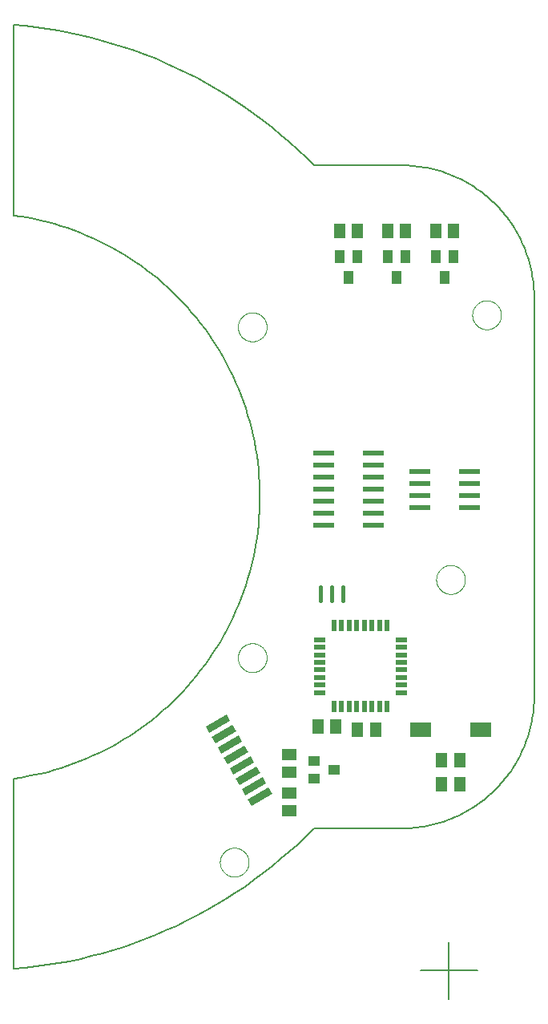
<source format=gtp>
G75*
%MOIN*%
%OFA0B0*%
%FSLAX25Y25*%
%IPPOS*%
%LPD*%
%AMOC8*
5,1,8,0,0,1.08239X$1,22.5*
%
%ADD10C,0.00600*%
%ADD11C,0.00000*%
%ADD12R,0.05906X0.05118*%
%ADD13R,0.04724X0.04000*%
%ADD14R,0.10000X0.03000*%
%ADD15R,0.03937X0.05512*%
%ADD16R,0.05118X0.05906*%
%ADD17R,0.08661X0.02362*%
%ADD18R,0.02200X0.05000*%
%ADD19R,0.05000X0.02200*%
%ADD20C,0.01772*%
%ADD21R,0.09055X0.06299*%
D10*
X0001300Y0013742D02*
X0001300Y0092906D01*
X0001300Y0013742D02*
X0005974Y0014173D01*
X0010636Y0014716D01*
X0015284Y0015369D01*
X0019914Y0016133D01*
X0024526Y0017008D01*
X0029115Y0017992D01*
X0033680Y0019085D01*
X0038217Y0020287D01*
X0042724Y0021596D01*
X0047198Y0023013D01*
X0051638Y0024536D01*
X0056040Y0026164D01*
X0060402Y0027897D01*
X0064721Y0029733D01*
X0068996Y0031672D01*
X0073223Y0033712D01*
X0077400Y0035852D01*
X0081525Y0038091D01*
X0085595Y0040428D01*
X0089609Y0042862D01*
X0093563Y0045390D01*
X0097456Y0048012D01*
X0101285Y0050726D01*
X0105049Y0053531D01*
X0108744Y0056424D01*
X0112370Y0059405D01*
X0115923Y0062471D01*
X0119403Y0065621D01*
X0122806Y0068854D01*
X0126131Y0072166D01*
X0162717Y0072166D01*
X0182402Y0024922D02*
X0182402Y0001300D01*
X0170591Y0013111D02*
X0194213Y0013111D01*
X0217835Y0127284D02*
X0217835Y0292639D01*
X0217819Y0293971D01*
X0217771Y0295302D01*
X0217690Y0296631D01*
X0217578Y0297959D01*
X0217433Y0299283D01*
X0217257Y0300603D01*
X0217048Y0301919D01*
X0216808Y0303229D01*
X0216536Y0304533D01*
X0216233Y0305830D01*
X0215899Y0307119D01*
X0215534Y0308400D01*
X0215137Y0309671D01*
X0214710Y0310933D01*
X0214253Y0312184D01*
X0213766Y0313424D01*
X0213249Y0314651D01*
X0212702Y0315866D01*
X0212126Y0317067D01*
X0211522Y0318254D01*
X0210888Y0319425D01*
X0210227Y0320582D01*
X0209538Y0321721D01*
X0208822Y0322844D01*
X0208078Y0323950D01*
X0207308Y0325037D01*
X0206513Y0326105D01*
X0205691Y0327153D01*
X0204845Y0328181D01*
X0203973Y0329189D01*
X0203078Y0330175D01*
X0202159Y0331140D01*
X0201218Y0332081D01*
X0200253Y0333000D01*
X0199267Y0333895D01*
X0198259Y0334767D01*
X0197231Y0335613D01*
X0196183Y0336435D01*
X0195115Y0337230D01*
X0194028Y0338000D01*
X0192922Y0338744D01*
X0191799Y0339460D01*
X0190660Y0340149D01*
X0189503Y0340810D01*
X0188332Y0341444D01*
X0187145Y0342048D01*
X0185944Y0342624D01*
X0184729Y0343171D01*
X0183502Y0343688D01*
X0182262Y0344175D01*
X0181011Y0344632D01*
X0179749Y0345059D01*
X0178478Y0345456D01*
X0177197Y0345821D01*
X0175908Y0346155D01*
X0174611Y0346458D01*
X0173307Y0346730D01*
X0171997Y0346970D01*
X0170681Y0347179D01*
X0169361Y0347355D01*
X0168037Y0347500D01*
X0166709Y0347612D01*
X0165380Y0347693D01*
X0164049Y0347741D01*
X0162717Y0347757D01*
X0126131Y0347757D01*
X0217835Y0127284D02*
X0217819Y0125952D01*
X0217771Y0124621D01*
X0217690Y0123292D01*
X0217578Y0121964D01*
X0217433Y0120640D01*
X0217257Y0119320D01*
X0217048Y0118004D01*
X0216808Y0116694D01*
X0216536Y0115390D01*
X0216233Y0114093D01*
X0215899Y0112804D01*
X0215534Y0111523D01*
X0215137Y0110252D01*
X0214710Y0108990D01*
X0214253Y0107739D01*
X0213766Y0106499D01*
X0213249Y0105272D01*
X0212702Y0104057D01*
X0212126Y0102856D01*
X0211522Y0101669D01*
X0210888Y0100498D01*
X0210227Y0099341D01*
X0209538Y0098202D01*
X0208822Y0097079D01*
X0208078Y0095973D01*
X0207308Y0094886D01*
X0206513Y0093818D01*
X0205691Y0092770D01*
X0204845Y0091742D01*
X0203973Y0090734D01*
X0203078Y0089748D01*
X0202159Y0088783D01*
X0201218Y0087842D01*
X0200253Y0086923D01*
X0199267Y0086028D01*
X0198259Y0085156D01*
X0197231Y0084310D01*
X0196183Y0083488D01*
X0195115Y0082693D01*
X0194028Y0081923D01*
X0192922Y0081179D01*
X0191799Y0080463D01*
X0190660Y0079774D01*
X0189503Y0079113D01*
X0188332Y0078479D01*
X0187145Y0077875D01*
X0185944Y0077299D01*
X0184729Y0076752D01*
X0183502Y0076235D01*
X0182262Y0075748D01*
X0181011Y0075291D01*
X0179749Y0074864D01*
X0178478Y0074467D01*
X0177197Y0074102D01*
X0175908Y0073768D01*
X0174611Y0073465D01*
X0173307Y0073193D01*
X0171997Y0072953D01*
X0170681Y0072744D01*
X0169361Y0072568D01*
X0168037Y0072423D01*
X0166709Y0072311D01*
X0165380Y0072230D01*
X0164049Y0072182D01*
X0162717Y0072166D01*
X0001300Y0092906D02*
X0004146Y0093324D01*
X0006981Y0093811D01*
X0009804Y0094368D01*
X0012612Y0094993D01*
X0015404Y0095686D01*
X0018178Y0096447D01*
X0020933Y0097275D01*
X0023667Y0098170D01*
X0026378Y0099131D01*
X0029065Y0100159D01*
X0031727Y0101251D01*
X0034361Y0102408D01*
X0036965Y0103628D01*
X0039540Y0104912D01*
X0042082Y0106258D01*
X0044591Y0107666D01*
X0047065Y0109134D01*
X0049502Y0110662D01*
X0051902Y0112249D01*
X0054262Y0113894D01*
X0056581Y0115596D01*
X0058858Y0117353D01*
X0061092Y0119166D01*
X0063281Y0121033D01*
X0065424Y0122952D01*
X0067519Y0124923D01*
X0069566Y0126945D01*
X0071563Y0129016D01*
X0073509Y0131134D01*
X0075402Y0133300D01*
X0077243Y0135511D01*
X0079029Y0137766D01*
X0080759Y0140064D01*
X0082433Y0142404D01*
X0084050Y0144783D01*
X0085608Y0147201D01*
X0087107Y0149657D01*
X0088545Y0152148D01*
X0089923Y0154674D01*
X0091238Y0157232D01*
X0092491Y0159821D01*
X0093681Y0162441D01*
X0094806Y0165088D01*
X0095866Y0167763D01*
X0096861Y0170462D01*
X0097790Y0173184D01*
X0098653Y0175929D01*
X0099448Y0178693D01*
X0100176Y0181477D01*
X0100835Y0184277D01*
X0101427Y0187092D01*
X0101949Y0189921D01*
X0102403Y0192762D01*
X0102787Y0195612D01*
X0103102Y0198472D01*
X0103347Y0201338D01*
X0103522Y0204210D01*
X0103627Y0207084D01*
X0103662Y0209961D01*
X0103627Y0212838D01*
X0103522Y0215712D01*
X0103347Y0218584D01*
X0103102Y0221450D01*
X0102787Y0224310D01*
X0102403Y0227160D01*
X0101949Y0230001D01*
X0101427Y0232830D01*
X0100835Y0235645D01*
X0100176Y0238445D01*
X0099448Y0241229D01*
X0098653Y0243993D01*
X0097790Y0246738D01*
X0096861Y0249460D01*
X0095866Y0252159D01*
X0094806Y0254834D01*
X0093681Y0257481D01*
X0092491Y0260101D01*
X0091238Y0262690D01*
X0089923Y0265248D01*
X0088545Y0267774D01*
X0087107Y0270265D01*
X0085608Y0272721D01*
X0084050Y0275139D01*
X0082433Y0277518D01*
X0080759Y0279858D01*
X0079029Y0282156D01*
X0077243Y0284411D01*
X0075402Y0286622D01*
X0073509Y0288788D01*
X0071563Y0290906D01*
X0069566Y0292977D01*
X0067519Y0294999D01*
X0065424Y0296970D01*
X0063281Y0298889D01*
X0061092Y0300756D01*
X0058858Y0302569D01*
X0056581Y0304326D01*
X0054262Y0306028D01*
X0051902Y0307673D01*
X0049502Y0309260D01*
X0047065Y0310788D01*
X0044591Y0312256D01*
X0042082Y0313664D01*
X0039540Y0315010D01*
X0036965Y0316294D01*
X0034361Y0317514D01*
X0031727Y0318671D01*
X0029065Y0319763D01*
X0026378Y0320791D01*
X0023667Y0321752D01*
X0020933Y0322647D01*
X0018178Y0323475D01*
X0015404Y0324236D01*
X0012612Y0324929D01*
X0009804Y0325554D01*
X0006981Y0326111D01*
X0004146Y0326598D01*
X0001300Y0327016D01*
X0001300Y0327017D02*
X0001300Y0406220D01*
X0005974Y0405787D01*
X0010636Y0405244D01*
X0015285Y0404589D01*
X0019916Y0403823D01*
X0024528Y0402948D01*
X0029117Y0401962D01*
X0033682Y0400868D01*
X0038219Y0399665D01*
X0042726Y0398354D01*
X0047201Y0396936D01*
X0051641Y0395412D01*
X0056043Y0393782D01*
X0060405Y0392048D01*
X0064725Y0390210D01*
X0068999Y0388270D01*
X0073226Y0386229D01*
X0077403Y0384087D01*
X0081528Y0381847D01*
X0085598Y0379508D01*
X0089612Y0377074D01*
X0093566Y0374544D01*
X0097458Y0371921D01*
X0101288Y0369205D01*
X0105051Y0366400D01*
X0108746Y0363505D01*
X0112371Y0360523D01*
X0115924Y0357455D01*
X0119403Y0354304D01*
X0122806Y0351070D01*
X0126131Y0347756D01*
D11*
X0094552Y0280611D02*
X0094554Y0280765D01*
X0094560Y0280920D01*
X0094570Y0281074D01*
X0094584Y0281228D01*
X0094602Y0281381D01*
X0094623Y0281534D01*
X0094649Y0281687D01*
X0094679Y0281838D01*
X0094712Y0281989D01*
X0094750Y0282139D01*
X0094791Y0282288D01*
X0094836Y0282436D01*
X0094885Y0282582D01*
X0094938Y0282728D01*
X0094994Y0282871D01*
X0095054Y0283014D01*
X0095118Y0283154D01*
X0095185Y0283294D01*
X0095256Y0283431D01*
X0095330Y0283566D01*
X0095408Y0283700D01*
X0095489Y0283831D01*
X0095574Y0283960D01*
X0095662Y0284088D01*
X0095753Y0284212D01*
X0095847Y0284335D01*
X0095945Y0284455D01*
X0096045Y0284572D01*
X0096149Y0284687D01*
X0096255Y0284799D01*
X0096364Y0284908D01*
X0096476Y0285014D01*
X0096591Y0285118D01*
X0096708Y0285218D01*
X0096828Y0285316D01*
X0096951Y0285410D01*
X0097075Y0285501D01*
X0097203Y0285589D01*
X0097332Y0285674D01*
X0097463Y0285755D01*
X0097597Y0285833D01*
X0097732Y0285907D01*
X0097869Y0285978D01*
X0098009Y0286045D01*
X0098149Y0286109D01*
X0098292Y0286169D01*
X0098435Y0286225D01*
X0098581Y0286278D01*
X0098727Y0286327D01*
X0098875Y0286372D01*
X0099024Y0286413D01*
X0099174Y0286451D01*
X0099325Y0286484D01*
X0099476Y0286514D01*
X0099629Y0286540D01*
X0099782Y0286561D01*
X0099935Y0286579D01*
X0100089Y0286593D01*
X0100243Y0286603D01*
X0100398Y0286609D01*
X0100552Y0286611D01*
X0100706Y0286609D01*
X0100861Y0286603D01*
X0101015Y0286593D01*
X0101169Y0286579D01*
X0101322Y0286561D01*
X0101475Y0286540D01*
X0101628Y0286514D01*
X0101779Y0286484D01*
X0101930Y0286451D01*
X0102080Y0286413D01*
X0102229Y0286372D01*
X0102377Y0286327D01*
X0102523Y0286278D01*
X0102669Y0286225D01*
X0102812Y0286169D01*
X0102955Y0286109D01*
X0103095Y0286045D01*
X0103235Y0285978D01*
X0103372Y0285907D01*
X0103507Y0285833D01*
X0103641Y0285755D01*
X0103772Y0285674D01*
X0103901Y0285589D01*
X0104029Y0285501D01*
X0104153Y0285410D01*
X0104276Y0285316D01*
X0104396Y0285218D01*
X0104513Y0285118D01*
X0104628Y0285014D01*
X0104740Y0284908D01*
X0104849Y0284799D01*
X0104955Y0284687D01*
X0105059Y0284572D01*
X0105159Y0284455D01*
X0105257Y0284335D01*
X0105351Y0284212D01*
X0105442Y0284088D01*
X0105530Y0283960D01*
X0105615Y0283831D01*
X0105696Y0283700D01*
X0105774Y0283566D01*
X0105848Y0283431D01*
X0105919Y0283294D01*
X0105986Y0283154D01*
X0106050Y0283014D01*
X0106110Y0282871D01*
X0106166Y0282728D01*
X0106219Y0282582D01*
X0106268Y0282436D01*
X0106313Y0282288D01*
X0106354Y0282139D01*
X0106392Y0281989D01*
X0106425Y0281838D01*
X0106455Y0281687D01*
X0106481Y0281534D01*
X0106502Y0281381D01*
X0106520Y0281228D01*
X0106534Y0281074D01*
X0106544Y0280920D01*
X0106550Y0280765D01*
X0106552Y0280611D01*
X0106550Y0280457D01*
X0106544Y0280302D01*
X0106534Y0280148D01*
X0106520Y0279994D01*
X0106502Y0279841D01*
X0106481Y0279688D01*
X0106455Y0279535D01*
X0106425Y0279384D01*
X0106392Y0279233D01*
X0106354Y0279083D01*
X0106313Y0278934D01*
X0106268Y0278786D01*
X0106219Y0278640D01*
X0106166Y0278494D01*
X0106110Y0278351D01*
X0106050Y0278208D01*
X0105986Y0278068D01*
X0105919Y0277928D01*
X0105848Y0277791D01*
X0105774Y0277656D01*
X0105696Y0277522D01*
X0105615Y0277391D01*
X0105530Y0277262D01*
X0105442Y0277134D01*
X0105351Y0277010D01*
X0105257Y0276887D01*
X0105159Y0276767D01*
X0105059Y0276650D01*
X0104955Y0276535D01*
X0104849Y0276423D01*
X0104740Y0276314D01*
X0104628Y0276208D01*
X0104513Y0276104D01*
X0104396Y0276004D01*
X0104276Y0275906D01*
X0104153Y0275812D01*
X0104029Y0275721D01*
X0103901Y0275633D01*
X0103772Y0275548D01*
X0103641Y0275467D01*
X0103507Y0275389D01*
X0103372Y0275315D01*
X0103235Y0275244D01*
X0103095Y0275177D01*
X0102955Y0275113D01*
X0102812Y0275053D01*
X0102669Y0274997D01*
X0102523Y0274944D01*
X0102377Y0274895D01*
X0102229Y0274850D01*
X0102080Y0274809D01*
X0101930Y0274771D01*
X0101779Y0274738D01*
X0101628Y0274708D01*
X0101475Y0274682D01*
X0101322Y0274661D01*
X0101169Y0274643D01*
X0101015Y0274629D01*
X0100861Y0274619D01*
X0100706Y0274613D01*
X0100552Y0274611D01*
X0100398Y0274613D01*
X0100243Y0274619D01*
X0100089Y0274629D01*
X0099935Y0274643D01*
X0099782Y0274661D01*
X0099629Y0274682D01*
X0099476Y0274708D01*
X0099325Y0274738D01*
X0099174Y0274771D01*
X0099024Y0274809D01*
X0098875Y0274850D01*
X0098727Y0274895D01*
X0098581Y0274944D01*
X0098435Y0274997D01*
X0098292Y0275053D01*
X0098149Y0275113D01*
X0098009Y0275177D01*
X0097869Y0275244D01*
X0097732Y0275315D01*
X0097597Y0275389D01*
X0097463Y0275467D01*
X0097332Y0275548D01*
X0097203Y0275633D01*
X0097075Y0275721D01*
X0096951Y0275812D01*
X0096828Y0275906D01*
X0096708Y0276004D01*
X0096591Y0276104D01*
X0096476Y0276208D01*
X0096364Y0276314D01*
X0096255Y0276423D01*
X0096149Y0276535D01*
X0096045Y0276650D01*
X0095945Y0276767D01*
X0095847Y0276887D01*
X0095753Y0277010D01*
X0095662Y0277134D01*
X0095574Y0277262D01*
X0095489Y0277391D01*
X0095408Y0277522D01*
X0095330Y0277656D01*
X0095256Y0277791D01*
X0095185Y0277928D01*
X0095118Y0278068D01*
X0095054Y0278208D01*
X0094994Y0278351D01*
X0094938Y0278494D01*
X0094885Y0278640D01*
X0094836Y0278786D01*
X0094791Y0278934D01*
X0094750Y0279083D01*
X0094712Y0279233D01*
X0094679Y0279384D01*
X0094649Y0279535D01*
X0094623Y0279688D01*
X0094602Y0279841D01*
X0094584Y0279994D01*
X0094570Y0280148D01*
X0094560Y0280302D01*
X0094554Y0280457D01*
X0094552Y0280611D01*
X0094552Y0143111D02*
X0094554Y0143265D01*
X0094560Y0143420D01*
X0094570Y0143574D01*
X0094584Y0143728D01*
X0094602Y0143881D01*
X0094623Y0144034D01*
X0094649Y0144187D01*
X0094679Y0144338D01*
X0094712Y0144489D01*
X0094750Y0144639D01*
X0094791Y0144788D01*
X0094836Y0144936D01*
X0094885Y0145082D01*
X0094938Y0145228D01*
X0094994Y0145371D01*
X0095054Y0145514D01*
X0095118Y0145654D01*
X0095185Y0145794D01*
X0095256Y0145931D01*
X0095330Y0146066D01*
X0095408Y0146200D01*
X0095489Y0146331D01*
X0095574Y0146460D01*
X0095662Y0146588D01*
X0095753Y0146712D01*
X0095847Y0146835D01*
X0095945Y0146955D01*
X0096045Y0147072D01*
X0096149Y0147187D01*
X0096255Y0147299D01*
X0096364Y0147408D01*
X0096476Y0147514D01*
X0096591Y0147618D01*
X0096708Y0147718D01*
X0096828Y0147816D01*
X0096951Y0147910D01*
X0097075Y0148001D01*
X0097203Y0148089D01*
X0097332Y0148174D01*
X0097463Y0148255D01*
X0097597Y0148333D01*
X0097732Y0148407D01*
X0097869Y0148478D01*
X0098009Y0148545D01*
X0098149Y0148609D01*
X0098292Y0148669D01*
X0098435Y0148725D01*
X0098581Y0148778D01*
X0098727Y0148827D01*
X0098875Y0148872D01*
X0099024Y0148913D01*
X0099174Y0148951D01*
X0099325Y0148984D01*
X0099476Y0149014D01*
X0099629Y0149040D01*
X0099782Y0149061D01*
X0099935Y0149079D01*
X0100089Y0149093D01*
X0100243Y0149103D01*
X0100398Y0149109D01*
X0100552Y0149111D01*
X0100706Y0149109D01*
X0100861Y0149103D01*
X0101015Y0149093D01*
X0101169Y0149079D01*
X0101322Y0149061D01*
X0101475Y0149040D01*
X0101628Y0149014D01*
X0101779Y0148984D01*
X0101930Y0148951D01*
X0102080Y0148913D01*
X0102229Y0148872D01*
X0102377Y0148827D01*
X0102523Y0148778D01*
X0102669Y0148725D01*
X0102812Y0148669D01*
X0102955Y0148609D01*
X0103095Y0148545D01*
X0103235Y0148478D01*
X0103372Y0148407D01*
X0103507Y0148333D01*
X0103641Y0148255D01*
X0103772Y0148174D01*
X0103901Y0148089D01*
X0104029Y0148001D01*
X0104153Y0147910D01*
X0104276Y0147816D01*
X0104396Y0147718D01*
X0104513Y0147618D01*
X0104628Y0147514D01*
X0104740Y0147408D01*
X0104849Y0147299D01*
X0104955Y0147187D01*
X0105059Y0147072D01*
X0105159Y0146955D01*
X0105257Y0146835D01*
X0105351Y0146712D01*
X0105442Y0146588D01*
X0105530Y0146460D01*
X0105615Y0146331D01*
X0105696Y0146200D01*
X0105774Y0146066D01*
X0105848Y0145931D01*
X0105919Y0145794D01*
X0105986Y0145654D01*
X0106050Y0145514D01*
X0106110Y0145371D01*
X0106166Y0145228D01*
X0106219Y0145082D01*
X0106268Y0144936D01*
X0106313Y0144788D01*
X0106354Y0144639D01*
X0106392Y0144489D01*
X0106425Y0144338D01*
X0106455Y0144187D01*
X0106481Y0144034D01*
X0106502Y0143881D01*
X0106520Y0143728D01*
X0106534Y0143574D01*
X0106544Y0143420D01*
X0106550Y0143265D01*
X0106552Y0143111D01*
X0106550Y0142957D01*
X0106544Y0142802D01*
X0106534Y0142648D01*
X0106520Y0142494D01*
X0106502Y0142341D01*
X0106481Y0142188D01*
X0106455Y0142035D01*
X0106425Y0141884D01*
X0106392Y0141733D01*
X0106354Y0141583D01*
X0106313Y0141434D01*
X0106268Y0141286D01*
X0106219Y0141140D01*
X0106166Y0140994D01*
X0106110Y0140851D01*
X0106050Y0140708D01*
X0105986Y0140568D01*
X0105919Y0140428D01*
X0105848Y0140291D01*
X0105774Y0140156D01*
X0105696Y0140022D01*
X0105615Y0139891D01*
X0105530Y0139762D01*
X0105442Y0139634D01*
X0105351Y0139510D01*
X0105257Y0139387D01*
X0105159Y0139267D01*
X0105059Y0139150D01*
X0104955Y0139035D01*
X0104849Y0138923D01*
X0104740Y0138814D01*
X0104628Y0138708D01*
X0104513Y0138604D01*
X0104396Y0138504D01*
X0104276Y0138406D01*
X0104153Y0138312D01*
X0104029Y0138221D01*
X0103901Y0138133D01*
X0103772Y0138048D01*
X0103641Y0137967D01*
X0103507Y0137889D01*
X0103372Y0137815D01*
X0103235Y0137744D01*
X0103095Y0137677D01*
X0102955Y0137613D01*
X0102812Y0137553D01*
X0102669Y0137497D01*
X0102523Y0137444D01*
X0102377Y0137395D01*
X0102229Y0137350D01*
X0102080Y0137309D01*
X0101930Y0137271D01*
X0101779Y0137238D01*
X0101628Y0137208D01*
X0101475Y0137182D01*
X0101322Y0137161D01*
X0101169Y0137143D01*
X0101015Y0137129D01*
X0100861Y0137119D01*
X0100706Y0137113D01*
X0100552Y0137111D01*
X0100398Y0137113D01*
X0100243Y0137119D01*
X0100089Y0137129D01*
X0099935Y0137143D01*
X0099782Y0137161D01*
X0099629Y0137182D01*
X0099476Y0137208D01*
X0099325Y0137238D01*
X0099174Y0137271D01*
X0099024Y0137309D01*
X0098875Y0137350D01*
X0098727Y0137395D01*
X0098581Y0137444D01*
X0098435Y0137497D01*
X0098292Y0137553D01*
X0098149Y0137613D01*
X0098009Y0137677D01*
X0097869Y0137744D01*
X0097732Y0137815D01*
X0097597Y0137889D01*
X0097463Y0137967D01*
X0097332Y0138048D01*
X0097203Y0138133D01*
X0097075Y0138221D01*
X0096951Y0138312D01*
X0096828Y0138406D01*
X0096708Y0138504D01*
X0096591Y0138604D01*
X0096476Y0138708D01*
X0096364Y0138814D01*
X0096255Y0138923D01*
X0096149Y0139035D01*
X0096045Y0139150D01*
X0095945Y0139267D01*
X0095847Y0139387D01*
X0095753Y0139510D01*
X0095662Y0139634D01*
X0095574Y0139762D01*
X0095489Y0139891D01*
X0095408Y0140022D01*
X0095330Y0140156D01*
X0095256Y0140291D01*
X0095185Y0140428D01*
X0095118Y0140568D01*
X0095054Y0140708D01*
X0094994Y0140851D01*
X0094938Y0140994D01*
X0094885Y0141140D01*
X0094836Y0141286D01*
X0094791Y0141434D01*
X0094750Y0141583D01*
X0094712Y0141733D01*
X0094679Y0141884D01*
X0094649Y0142035D01*
X0094623Y0142188D01*
X0094602Y0142341D01*
X0094584Y0142494D01*
X0094570Y0142648D01*
X0094560Y0142802D01*
X0094554Y0142957D01*
X0094552Y0143111D01*
X0087052Y0058111D02*
X0087054Y0058265D01*
X0087060Y0058420D01*
X0087070Y0058574D01*
X0087084Y0058728D01*
X0087102Y0058881D01*
X0087123Y0059034D01*
X0087149Y0059187D01*
X0087179Y0059338D01*
X0087212Y0059489D01*
X0087250Y0059639D01*
X0087291Y0059788D01*
X0087336Y0059936D01*
X0087385Y0060082D01*
X0087438Y0060228D01*
X0087494Y0060371D01*
X0087554Y0060514D01*
X0087618Y0060654D01*
X0087685Y0060794D01*
X0087756Y0060931D01*
X0087830Y0061066D01*
X0087908Y0061200D01*
X0087989Y0061331D01*
X0088074Y0061460D01*
X0088162Y0061588D01*
X0088253Y0061712D01*
X0088347Y0061835D01*
X0088445Y0061955D01*
X0088545Y0062072D01*
X0088649Y0062187D01*
X0088755Y0062299D01*
X0088864Y0062408D01*
X0088976Y0062514D01*
X0089091Y0062618D01*
X0089208Y0062718D01*
X0089328Y0062816D01*
X0089451Y0062910D01*
X0089575Y0063001D01*
X0089703Y0063089D01*
X0089832Y0063174D01*
X0089963Y0063255D01*
X0090097Y0063333D01*
X0090232Y0063407D01*
X0090369Y0063478D01*
X0090509Y0063545D01*
X0090649Y0063609D01*
X0090792Y0063669D01*
X0090935Y0063725D01*
X0091081Y0063778D01*
X0091227Y0063827D01*
X0091375Y0063872D01*
X0091524Y0063913D01*
X0091674Y0063951D01*
X0091825Y0063984D01*
X0091976Y0064014D01*
X0092129Y0064040D01*
X0092282Y0064061D01*
X0092435Y0064079D01*
X0092589Y0064093D01*
X0092743Y0064103D01*
X0092898Y0064109D01*
X0093052Y0064111D01*
X0093206Y0064109D01*
X0093361Y0064103D01*
X0093515Y0064093D01*
X0093669Y0064079D01*
X0093822Y0064061D01*
X0093975Y0064040D01*
X0094128Y0064014D01*
X0094279Y0063984D01*
X0094430Y0063951D01*
X0094580Y0063913D01*
X0094729Y0063872D01*
X0094877Y0063827D01*
X0095023Y0063778D01*
X0095169Y0063725D01*
X0095312Y0063669D01*
X0095455Y0063609D01*
X0095595Y0063545D01*
X0095735Y0063478D01*
X0095872Y0063407D01*
X0096007Y0063333D01*
X0096141Y0063255D01*
X0096272Y0063174D01*
X0096401Y0063089D01*
X0096529Y0063001D01*
X0096653Y0062910D01*
X0096776Y0062816D01*
X0096896Y0062718D01*
X0097013Y0062618D01*
X0097128Y0062514D01*
X0097240Y0062408D01*
X0097349Y0062299D01*
X0097455Y0062187D01*
X0097559Y0062072D01*
X0097659Y0061955D01*
X0097757Y0061835D01*
X0097851Y0061712D01*
X0097942Y0061588D01*
X0098030Y0061460D01*
X0098115Y0061331D01*
X0098196Y0061200D01*
X0098274Y0061066D01*
X0098348Y0060931D01*
X0098419Y0060794D01*
X0098486Y0060654D01*
X0098550Y0060514D01*
X0098610Y0060371D01*
X0098666Y0060228D01*
X0098719Y0060082D01*
X0098768Y0059936D01*
X0098813Y0059788D01*
X0098854Y0059639D01*
X0098892Y0059489D01*
X0098925Y0059338D01*
X0098955Y0059187D01*
X0098981Y0059034D01*
X0099002Y0058881D01*
X0099020Y0058728D01*
X0099034Y0058574D01*
X0099044Y0058420D01*
X0099050Y0058265D01*
X0099052Y0058111D01*
X0099050Y0057957D01*
X0099044Y0057802D01*
X0099034Y0057648D01*
X0099020Y0057494D01*
X0099002Y0057341D01*
X0098981Y0057188D01*
X0098955Y0057035D01*
X0098925Y0056884D01*
X0098892Y0056733D01*
X0098854Y0056583D01*
X0098813Y0056434D01*
X0098768Y0056286D01*
X0098719Y0056140D01*
X0098666Y0055994D01*
X0098610Y0055851D01*
X0098550Y0055708D01*
X0098486Y0055568D01*
X0098419Y0055428D01*
X0098348Y0055291D01*
X0098274Y0055156D01*
X0098196Y0055022D01*
X0098115Y0054891D01*
X0098030Y0054762D01*
X0097942Y0054634D01*
X0097851Y0054510D01*
X0097757Y0054387D01*
X0097659Y0054267D01*
X0097559Y0054150D01*
X0097455Y0054035D01*
X0097349Y0053923D01*
X0097240Y0053814D01*
X0097128Y0053708D01*
X0097013Y0053604D01*
X0096896Y0053504D01*
X0096776Y0053406D01*
X0096653Y0053312D01*
X0096529Y0053221D01*
X0096401Y0053133D01*
X0096272Y0053048D01*
X0096141Y0052967D01*
X0096007Y0052889D01*
X0095872Y0052815D01*
X0095735Y0052744D01*
X0095595Y0052677D01*
X0095455Y0052613D01*
X0095312Y0052553D01*
X0095169Y0052497D01*
X0095023Y0052444D01*
X0094877Y0052395D01*
X0094729Y0052350D01*
X0094580Y0052309D01*
X0094430Y0052271D01*
X0094279Y0052238D01*
X0094128Y0052208D01*
X0093975Y0052182D01*
X0093822Y0052161D01*
X0093669Y0052143D01*
X0093515Y0052129D01*
X0093361Y0052119D01*
X0093206Y0052113D01*
X0093052Y0052111D01*
X0092898Y0052113D01*
X0092743Y0052119D01*
X0092589Y0052129D01*
X0092435Y0052143D01*
X0092282Y0052161D01*
X0092129Y0052182D01*
X0091976Y0052208D01*
X0091825Y0052238D01*
X0091674Y0052271D01*
X0091524Y0052309D01*
X0091375Y0052350D01*
X0091227Y0052395D01*
X0091081Y0052444D01*
X0090935Y0052497D01*
X0090792Y0052553D01*
X0090649Y0052613D01*
X0090509Y0052677D01*
X0090369Y0052744D01*
X0090232Y0052815D01*
X0090097Y0052889D01*
X0089963Y0052967D01*
X0089832Y0053048D01*
X0089703Y0053133D01*
X0089575Y0053221D01*
X0089451Y0053312D01*
X0089328Y0053406D01*
X0089208Y0053504D01*
X0089091Y0053604D01*
X0088976Y0053708D01*
X0088864Y0053814D01*
X0088755Y0053923D01*
X0088649Y0054035D01*
X0088545Y0054150D01*
X0088445Y0054267D01*
X0088347Y0054387D01*
X0088253Y0054510D01*
X0088162Y0054634D01*
X0088074Y0054762D01*
X0087989Y0054891D01*
X0087908Y0055022D01*
X0087830Y0055156D01*
X0087756Y0055291D01*
X0087685Y0055428D01*
X0087618Y0055568D01*
X0087554Y0055708D01*
X0087494Y0055851D01*
X0087438Y0055994D01*
X0087385Y0056140D01*
X0087336Y0056286D01*
X0087291Y0056434D01*
X0087250Y0056583D01*
X0087212Y0056733D01*
X0087179Y0056884D01*
X0087149Y0057035D01*
X0087123Y0057188D01*
X0087102Y0057341D01*
X0087084Y0057494D01*
X0087070Y0057648D01*
X0087060Y0057802D01*
X0087054Y0057957D01*
X0087052Y0058111D01*
X0177052Y0175611D02*
X0177054Y0175765D01*
X0177060Y0175920D01*
X0177070Y0176074D01*
X0177084Y0176228D01*
X0177102Y0176381D01*
X0177123Y0176534D01*
X0177149Y0176687D01*
X0177179Y0176838D01*
X0177212Y0176989D01*
X0177250Y0177139D01*
X0177291Y0177288D01*
X0177336Y0177436D01*
X0177385Y0177582D01*
X0177438Y0177728D01*
X0177494Y0177871D01*
X0177554Y0178014D01*
X0177618Y0178154D01*
X0177685Y0178294D01*
X0177756Y0178431D01*
X0177830Y0178566D01*
X0177908Y0178700D01*
X0177989Y0178831D01*
X0178074Y0178960D01*
X0178162Y0179088D01*
X0178253Y0179212D01*
X0178347Y0179335D01*
X0178445Y0179455D01*
X0178545Y0179572D01*
X0178649Y0179687D01*
X0178755Y0179799D01*
X0178864Y0179908D01*
X0178976Y0180014D01*
X0179091Y0180118D01*
X0179208Y0180218D01*
X0179328Y0180316D01*
X0179451Y0180410D01*
X0179575Y0180501D01*
X0179703Y0180589D01*
X0179832Y0180674D01*
X0179963Y0180755D01*
X0180097Y0180833D01*
X0180232Y0180907D01*
X0180369Y0180978D01*
X0180509Y0181045D01*
X0180649Y0181109D01*
X0180792Y0181169D01*
X0180935Y0181225D01*
X0181081Y0181278D01*
X0181227Y0181327D01*
X0181375Y0181372D01*
X0181524Y0181413D01*
X0181674Y0181451D01*
X0181825Y0181484D01*
X0181976Y0181514D01*
X0182129Y0181540D01*
X0182282Y0181561D01*
X0182435Y0181579D01*
X0182589Y0181593D01*
X0182743Y0181603D01*
X0182898Y0181609D01*
X0183052Y0181611D01*
X0183206Y0181609D01*
X0183361Y0181603D01*
X0183515Y0181593D01*
X0183669Y0181579D01*
X0183822Y0181561D01*
X0183975Y0181540D01*
X0184128Y0181514D01*
X0184279Y0181484D01*
X0184430Y0181451D01*
X0184580Y0181413D01*
X0184729Y0181372D01*
X0184877Y0181327D01*
X0185023Y0181278D01*
X0185169Y0181225D01*
X0185312Y0181169D01*
X0185455Y0181109D01*
X0185595Y0181045D01*
X0185735Y0180978D01*
X0185872Y0180907D01*
X0186007Y0180833D01*
X0186141Y0180755D01*
X0186272Y0180674D01*
X0186401Y0180589D01*
X0186529Y0180501D01*
X0186653Y0180410D01*
X0186776Y0180316D01*
X0186896Y0180218D01*
X0187013Y0180118D01*
X0187128Y0180014D01*
X0187240Y0179908D01*
X0187349Y0179799D01*
X0187455Y0179687D01*
X0187559Y0179572D01*
X0187659Y0179455D01*
X0187757Y0179335D01*
X0187851Y0179212D01*
X0187942Y0179088D01*
X0188030Y0178960D01*
X0188115Y0178831D01*
X0188196Y0178700D01*
X0188274Y0178566D01*
X0188348Y0178431D01*
X0188419Y0178294D01*
X0188486Y0178154D01*
X0188550Y0178014D01*
X0188610Y0177871D01*
X0188666Y0177728D01*
X0188719Y0177582D01*
X0188768Y0177436D01*
X0188813Y0177288D01*
X0188854Y0177139D01*
X0188892Y0176989D01*
X0188925Y0176838D01*
X0188955Y0176687D01*
X0188981Y0176534D01*
X0189002Y0176381D01*
X0189020Y0176228D01*
X0189034Y0176074D01*
X0189044Y0175920D01*
X0189050Y0175765D01*
X0189052Y0175611D01*
X0189050Y0175457D01*
X0189044Y0175302D01*
X0189034Y0175148D01*
X0189020Y0174994D01*
X0189002Y0174841D01*
X0188981Y0174688D01*
X0188955Y0174535D01*
X0188925Y0174384D01*
X0188892Y0174233D01*
X0188854Y0174083D01*
X0188813Y0173934D01*
X0188768Y0173786D01*
X0188719Y0173640D01*
X0188666Y0173494D01*
X0188610Y0173351D01*
X0188550Y0173208D01*
X0188486Y0173068D01*
X0188419Y0172928D01*
X0188348Y0172791D01*
X0188274Y0172656D01*
X0188196Y0172522D01*
X0188115Y0172391D01*
X0188030Y0172262D01*
X0187942Y0172134D01*
X0187851Y0172010D01*
X0187757Y0171887D01*
X0187659Y0171767D01*
X0187559Y0171650D01*
X0187455Y0171535D01*
X0187349Y0171423D01*
X0187240Y0171314D01*
X0187128Y0171208D01*
X0187013Y0171104D01*
X0186896Y0171004D01*
X0186776Y0170906D01*
X0186653Y0170812D01*
X0186529Y0170721D01*
X0186401Y0170633D01*
X0186272Y0170548D01*
X0186141Y0170467D01*
X0186007Y0170389D01*
X0185872Y0170315D01*
X0185735Y0170244D01*
X0185595Y0170177D01*
X0185455Y0170113D01*
X0185312Y0170053D01*
X0185169Y0169997D01*
X0185023Y0169944D01*
X0184877Y0169895D01*
X0184729Y0169850D01*
X0184580Y0169809D01*
X0184430Y0169771D01*
X0184279Y0169738D01*
X0184128Y0169708D01*
X0183975Y0169682D01*
X0183822Y0169661D01*
X0183669Y0169643D01*
X0183515Y0169629D01*
X0183361Y0169619D01*
X0183206Y0169613D01*
X0183052Y0169611D01*
X0182898Y0169613D01*
X0182743Y0169619D01*
X0182589Y0169629D01*
X0182435Y0169643D01*
X0182282Y0169661D01*
X0182129Y0169682D01*
X0181976Y0169708D01*
X0181825Y0169738D01*
X0181674Y0169771D01*
X0181524Y0169809D01*
X0181375Y0169850D01*
X0181227Y0169895D01*
X0181081Y0169944D01*
X0180935Y0169997D01*
X0180792Y0170053D01*
X0180649Y0170113D01*
X0180509Y0170177D01*
X0180369Y0170244D01*
X0180232Y0170315D01*
X0180097Y0170389D01*
X0179963Y0170467D01*
X0179832Y0170548D01*
X0179703Y0170633D01*
X0179575Y0170721D01*
X0179451Y0170812D01*
X0179328Y0170906D01*
X0179208Y0171004D01*
X0179091Y0171104D01*
X0178976Y0171208D01*
X0178864Y0171314D01*
X0178755Y0171423D01*
X0178649Y0171535D01*
X0178545Y0171650D01*
X0178445Y0171767D01*
X0178347Y0171887D01*
X0178253Y0172010D01*
X0178162Y0172134D01*
X0178074Y0172262D01*
X0177989Y0172391D01*
X0177908Y0172522D01*
X0177830Y0172656D01*
X0177756Y0172791D01*
X0177685Y0172928D01*
X0177618Y0173068D01*
X0177554Y0173208D01*
X0177494Y0173351D01*
X0177438Y0173494D01*
X0177385Y0173640D01*
X0177336Y0173786D01*
X0177291Y0173934D01*
X0177250Y0174083D01*
X0177212Y0174233D01*
X0177179Y0174384D01*
X0177149Y0174535D01*
X0177123Y0174688D01*
X0177102Y0174841D01*
X0177084Y0174994D01*
X0177070Y0175148D01*
X0177060Y0175302D01*
X0177054Y0175457D01*
X0177052Y0175611D01*
X0192052Y0285611D02*
X0192054Y0285765D01*
X0192060Y0285920D01*
X0192070Y0286074D01*
X0192084Y0286228D01*
X0192102Y0286381D01*
X0192123Y0286534D01*
X0192149Y0286687D01*
X0192179Y0286838D01*
X0192212Y0286989D01*
X0192250Y0287139D01*
X0192291Y0287288D01*
X0192336Y0287436D01*
X0192385Y0287582D01*
X0192438Y0287728D01*
X0192494Y0287871D01*
X0192554Y0288014D01*
X0192618Y0288154D01*
X0192685Y0288294D01*
X0192756Y0288431D01*
X0192830Y0288566D01*
X0192908Y0288700D01*
X0192989Y0288831D01*
X0193074Y0288960D01*
X0193162Y0289088D01*
X0193253Y0289212D01*
X0193347Y0289335D01*
X0193445Y0289455D01*
X0193545Y0289572D01*
X0193649Y0289687D01*
X0193755Y0289799D01*
X0193864Y0289908D01*
X0193976Y0290014D01*
X0194091Y0290118D01*
X0194208Y0290218D01*
X0194328Y0290316D01*
X0194451Y0290410D01*
X0194575Y0290501D01*
X0194703Y0290589D01*
X0194832Y0290674D01*
X0194963Y0290755D01*
X0195097Y0290833D01*
X0195232Y0290907D01*
X0195369Y0290978D01*
X0195509Y0291045D01*
X0195649Y0291109D01*
X0195792Y0291169D01*
X0195935Y0291225D01*
X0196081Y0291278D01*
X0196227Y0291327D01*
X0196375Y0291372D01*
X0196524Y0291413D01*
X0196674Y0291451D01*
X0196825Y0291484D01*
X0196976Y0291514D01*
X0197129Y0291540D01*
X0197282Y0291561D01*
X0197435Y0291579D01*
X0197589Y0291593D01*
X0197743Y0291603D01*
X0197898Y0291609D01*
X0198052Y0291611D01*
X0198206Y0291609D01*
X0198361Y0291603D01*
X0198515Y0291593D01*
X0198669Y0291579D01*
X0198822Y0291561D01*
X0198975Y0291540D01*
X0199128Y0291514D01*
X0199279Y0291484D01*
X0199430Y0291451D01*
X0199580Y0291413D01*
X0199729Y0291372D01*
X0199877Y0291327D01*
X0200023Y0291278D01*
X0200169Y0291225D01*
X0200312Y0291169D01*
X0200455Y0291109D01*
X0200595Y0291045D01*
X0200735Y0290978D01*
X0200872Y0290907D01*
X0201007Y0290833D01*
X0201141Y0290755D01*
X0201272Y0290674D01*
X0201401Y0290589D01*
X0201529Y0290501D01*
X0201653Y0290410D01*
X0201776Y0290316D01*
X0201896Y0290218D01*
X0202013Y0290118D01*
X0202128Y0290014D01*
X0202240Y0289908D01*
X0202349Y0289799D01*
X0202455Y0289687D01*
X0202559Y0289572D01*
X0202659Y0289455D01*
X0202757Y0289335D01*
X0202851Y0289212D01*
X0202942Y0289088D01*
X0203030Y0288960D01*
X0203115Y0288831D01*
X0203196Y0288700D01*
X0203274Y0288566D01*
X0203348Y0288431D01*
X0203419Y0288294D01*
X0203486Y0288154D01*
X0203550Y0288014D01*
X0203610Y0287871D01*
X0203666Y0287728D01*
X0203719Y0287582D01*
X0203768Y0287436D01*
X0203813Y0287288D01*
X0203854Y0287139D01*
X0203892Y0286989D01*
X0203925Y0286838D01*
X0203955Y0286687D01*
X0203981Y0286534D01*
X0204002Y0286381D01*
X0204020Y0286228D01*
X0204034Y0286074D01*
X0204044Y0285920D01*
X0204050Y0285765D01*
X0204052Y0285611D01*
X0204050Y0285457D01*
X0204044Y0285302D01*
X0204034Y0285148D01*
X0204020Y0284994D01*
X0204002Y0284841D01*
X0203981Y0284688D01*
X0203955Y0284535D01*
X0203925Y0284384D01*
X0203892Y0284233D01*
X0203854Y0284083D01*
X0203813Y0283934D01*
X0203768Y0283786D01*
X0203719Y0283640D01*
X0203666Y0283494D01*
X0203610Y0283351D01*
X0203550Y0283208D01*
X0203486Y0283068D01*
X0203419Y0282928D01*
X0203348Y0282791D01*
X0203274Y0282656D01*
X0203196Y0282522D01*
X0203115Y0282391D01*
X0203030Y0282262D01*
X0202942Y0282134D01*
X0202851Y0282010D01*
X0202757Y0281887D01*
X0202659Y0281767D01*
X0202559Y0281650D01*
X0202455Y0281535D01*
X0202349Y0281423D01*
X0202240Y0281314D01*
X0202128Y0281208D01*
X0202013Y0281104D01*
X0201896Y0281004D01*
X0201776Y0280906D01*
X0201653Y0280812D01*
X0201529Y0280721D01*
X0201401Y0280633D01*
X0201272Y0280548D01*
X0201141Y0280467D01*
X0201007Y0280389D01*
X0200872Y0280315D01*
X0200735Y0280244D01*
X0200595Y0280177D01*
X0200455Y0280113D01*
X0200312Y0280053D01*
X0200169Y0279997D01*
X0200023Y0279944D01*
X0199877Y0279895D01*
X0199729Y0279850D01*
X0199580Y0279809D01*
X0199430Y0279771D01*
X0199279Y0279738D01*
X0199128Y0279708D01*
X0198975Y0279682D01*
X0198822Y0279661D01*
X0198669Y0279643D01*
X0198515Y0279629D01*
X0198361Y0279619D01*
X0198206Y0279613D01*
X0198052Y0279611D01*
X0197898Y0279613D01*
X0197743Y0279619D01*
X0197589Y0279629D01*
X0197435Y0279643D01*
X0197282Y0279661D01*
X0197129Y0279682D01*
X0196976Y0279708D01*
X0196825Y0279738D01*
X0196674Y0279771D01*
X0196524Y0279809D01*
X0196375Y0279850D01*
X0196227Y0279895D01*
X0196081Y0279944D01*
X0195935Y0279997D01*
X0195792Y0280053D01*
X0195649Y0280113D01*
X0195509Y0280177D01*
X0195369Y0280244D01*
X0195232Y0280315D01*
X0195097Y0280389D01*
X0194963Y0280467D01*
X0194832Y0280548D01*
X0194703Y0280633D01*
X0194575Y0280721D01*
X0194451Y0280812D01*
X0194328Y0280906D01*
X0194208Y0281004D01*
X0194091Y0281104D01*
X0193976Y0281208D01*
X0193864Y0281314D01*
X0193755Y0281423D01*
X0193649Y0281535D01*
X0193545Y0281650D01*
X0193445Y0281767D01*
X0193347Y0281887D01*
X0193253Y0282010D01*
X0193162Y0282134D01*
X0193074Y0282262D01*
X0192989Y0282391D01*
X0192908Y0282522D01*
X0192830Y0282656D01*
X0192756Y0282791D01*
X0192685Y0282928D01*
X0192618Y0283068D01*
X0192554Y0283208D01*
X0192494Y0283351D01*
X0192438Y0283494D01*
X0192385Y0283640D01*
X0192336Y0283786D01*
X0192291Y0283934D01*
X0192250Y0284083D01*
X0192212Y0284233D01*
X0192179Y0284384D01*
X0192149Y0284535D01*
X0192123Y0284688D01*
X0192102Y0284841D01*
X0192084Y0284994D01*
X0192070Y0285148D01*
X0192060Y0285302D01*
X0192054Y0285457D01*
X0192052Y0285611D01*
D12*
X0116052Y0102851D03*
X0116052Y0095371D03*
X0116052Y0086851D03*
X0116052Y0079371D03*
D13*
X0126379Y0092871D03*
X0126379Y0100351D03*
X0134725Y0096611D03*
D14*
G36*
X0098642Y0084100D02*
X0107302Y0089099D01*
X0108802Y0086500D01*
X0100142Y0081501D01*
X0098642Y0084100D01*
G37*
G36*
X0096142Y0088430D02*
X0104802Y0093429D01*
X0106302Y0090830D01*
X0097642Y0085831D01*
X0096142Y0088430D01*
G37*
G36*
X0093642Y0092760D02*
X0102302Y0097759D01*
X0103802Y0095160D01*
X0095142Y0090161D01*
X0093642Y0092760D01*
G37*
G36*
X0091142Y0097091D02*
X0099802Y0102090D01*
X0101302Y0099491D01*
X0092642Y0094492D01*
X0091142Y0097091D01*
G37*
G36*
X0088642Y0101421D02*
X0097302Y0106420D01*
X0098802Y0103821D01*
X0090142Y0098822D01*
X0088642Y0101421D01*
G37*
G36*
X0086142Y0105751D02*
X0094802Y0110750D01*
X0096302Y0108151D01*
X0087642Y0103152D01*
X0086142Y0105751D01*
G37*
G36*
X0083642Y0110081D02*
X0092302Y0115080D01*
X0093802Y0112481D01*
X0085142Y0107482D01*
X0083642Y0110081D01*
G37*
G36*
X0081142Y0114411D02*
X0089802Y0119410D01*
X0091302Y0116811D01*
X0082642Y0111812D01*
X0081142Y0114411D01*
G37*
D15*
X0140552Y0301280D03*
X0144292Y0309942D03*
X0136812Y0309942D03*
X0156812Y0309942D03*
X0164292Y0309942D03*
X0160552Y0301280D03*
X0176812Y0309942D03*
X0184292Y0309942D03*
X0180552Y0301280D03*
D16*
X0184292Y0320611D03*
X0176812Y0320611D03*
X0164292Y0320611D03*
X0156812Y0320611D03*
X0144292Y0320611D03*
X0136812Y0320611D03*
X0135292Y0114611D03*
X0127812Y0114611D03*
X0144312Y0113111D03*
X0151792Y0113111D03*
X0179312Y0100611D03*
X0179312Y0090611D03*
X0186792Y0090611D03*
X0186792Y0100611D03*
D17*
X0150788Y0198111D03*
X0150788Y0203111D03*
X0150788Y0208111D03*
X0150788Y0213111D03*
X0150788Y0218111D03*
X0150788Y0223111D03*
X0150788Y0228111D03*
X0130316Y0228111D03*
X0130316Y0223111D03*
X0130316Y0218111D03*
X0130316Y0213111D03*
X0130316Y0208111D03*
X0130316Y0203111D03*
X0130316Y0198111D03*
X0170316Y0205611D03*
X0170316Y0210611D03*
X0170316Y0215611D03*
X0170316Y0220611D03*
X0190788Y0220611D03*
X0190788Y0215611D03*
X0190788Y0210611D03*
X0190788Y0205611D03*
D18*
X0156576Y0156511D03*
X0153426Y0156511D03*
X0150276Y0156511D03*
X0147127Y0156511D03*
X0143977Y0156511D03*
X0140828Y0156511D03*
X0137678Y0156511D03*
X0134528Y0156511D03*
X0134528Y0122711D03*
X0137678Y0122711D03*
X0140828Y0122711D03*
X0143977Y0122711D03*
X0147127Y0122711D03*
X0150276Y0122711D03*
X0153426Y0122711D03*
X0156576Y0122711D03*
D19*
X0162452Y0128587D03*
X0162452Y0131737D03*
X0162452Y0134887D03*
X0162452Y0138036D03*
X0162452Y0141186D03*
X0162452Y0144335D03*
X0162452Y0147485D03*
X0162452Y0150635D03*
X0128652Y0150635D03*
X0128652Y0147485D03*
X0128652Y0144335D03*
X0128652Y0141186D03*
X0128652Y0138036D03*
X0128652Y0134887D03*
X0128652Y0131737D03*
X0128652Y0128587D03*
D20*
X0128828Y0166747D02*
X0128828Y0172475D01*
X0133552Y0172475D02*
X0133552Y0166747D01*
X0138276Y0166747D02*
X0138276Y0172475D01*
D21*
X0170650Y0113111D03*
X0195454Y0113111D03*
M02*

</source>
